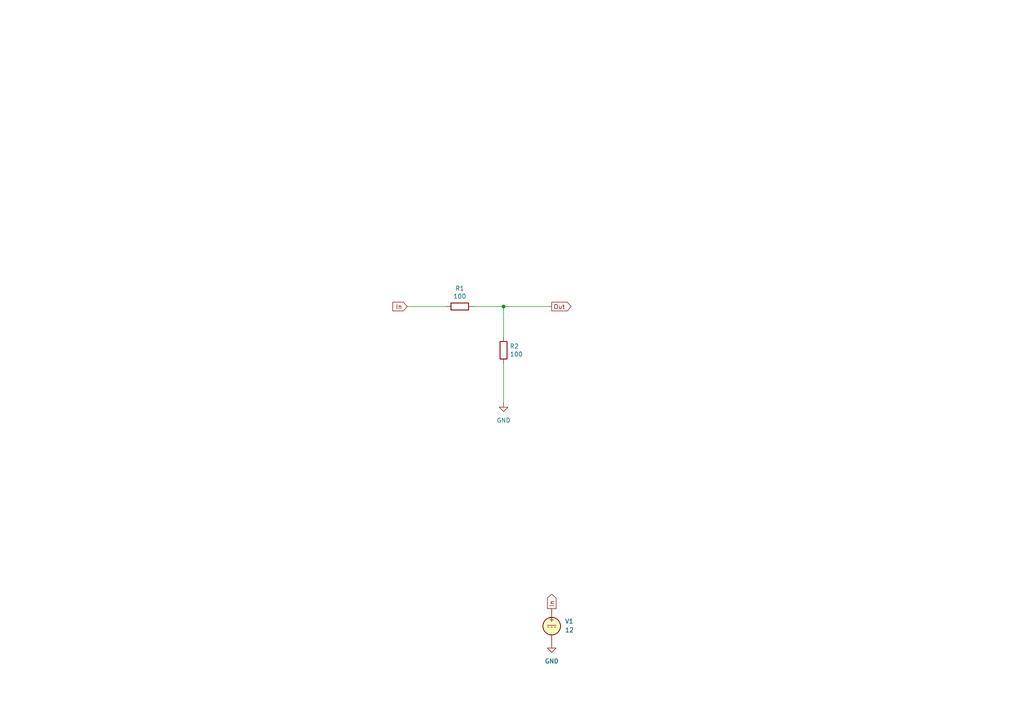
<source format=kicad_sch>
(kicad_sch (version 20231120) (generator "eeschema") (generator_version "8.0")
  (paper "A4")
  (title_block (title "Simulation, DC operational point") (date "2024-12-15") (company "GitHub/OJStuff"))
  (lib_symbols
    (symbol "Device:R" (pin_numbers hide) (pin_names (offset 0))
      (property "Reference" "R" (at 2.032 0 90))
      (property "Value" "R" (at 0 0 90))
      (symbol "R_0_1"
        (rectangle (start -1.016 -2.54) (end 1.016 2.54) (stroke (width 0.254)))
      )
      (symbol "R_1_1"
        (pin passive line (at 0 3.81 270) (length 1.27) (name "~") (number "1"))
        (pin passive line (at 0 -3.81 90) (length 1.27) (name "~") (number "2"))
      )
    )
    (symbol "GND_1" (power) (pin_numbers hide) (pin_names (offset 0) hide)
      (property "Value" "GND" (at 0 -3.81 0))
      (symbol "GND_1_0_1"
        (polyline (pts (xy 0 0) (xy 0 -1.27) (xy 1.27 -1.27) (xy 0 -2.54) (xy -1.27 -1.27) (xy 0 -1.27)))
      )
      (symbol "GND_1_1_1"
        (pin power_in line (at 0 0 270) (length 0) (name "~") (number "1"))
      )
    )
    (symbol "VDC_1" (pin_numbers hide) (pin_names (offset 0.0254))
      (property "Reference" "V" (at 2.54 2.54 0))
      (property "Value" "1" (at 2.54 0 0))
      (symbol "VDC_1_0_0"
        (polyline (pts (xy -1.27 0.254) (xy 1.27 0.254)))
        (polyline (pts (xy -0.762 -0.254) (xy -1.27 -0.254)))
        (polyline (pts (xy 0.254 -0.254) (xy -0.254 -0.254)))
        (polyline (pts (xy 1.27 -0.254) (xy 0.762 -0.254)))
        (text "+" (at 0 1.905 0) (effects (font (size 1.27 1.27))))
      )
      (symbol "VDC_1_0_1"
        (circle (center 0 0) (radius 2.54) (stroke (width 0.254)) (fill (type background)))
      )
      (symbol "VDC_1_1_1"
        (pin passive line (at 0 5.08 270) (length 2.54) (name "~") (number "1"))
        (pin passive line (at 0 -5.08 90) (length 2.54) (name "~") (number "2"))
      )
    )
  )
  (junction (at 146.05 88.9))
  (wire (pts (xy 137.16 88.9) (xy 146.05 88.9)))
  (wire (pts (xy 146.05 88.9) (xy 160.02 88.9)))
  (wire (pts (xy 118.11 88.9) (xy 129.54 88.9)))
  (wire (pts (xy 146.05 88.9) (xy 146.05 97.79)))
  (wire (pts (xy 146.05 105.41) (xy 146.05 116.84)))
  (global_label "In" (shape input) (at 118.11 88.9 180) (property "Intersheetrefs" "${INTERSHEET_REFS}" (effects (hide yes))))
  (global_label "Out" (shape output) (at 160.02 88.9 0) (property "Intersheetrefs" "${INTERSHEET_REFS}" (effects (hide yes))))
  (global_label "In" (shape output) (at 160.02 176.53 90) (property "Intersheetrefs" "${INTERSHEET_REFS}" (effects (hide yes))))
  (symbol (lib_name "GND_1") (lib_id "power:GND") (at 146.05 116.84 0) (unit 1)
    (property "Reference" "#PWR01" (effects (hide yes)))
    (property "Value" "GND" (at 146.05 121.92 0))
    (property "Description" "Power symbol creates a global label with name \"GND\" , ground" (effects (hide yes)))
  )
  (symbol (lib_id "Device:R") (at 133.35 88.9 270) (unit 1)
    (property "Reference" "R1" (at 133.35 83.6422 90))
    (property "Value" "100" (at 133.35 85.9536 90))
  )
  (symbol (lib_id "Device:R") (at 146.05 101.6 0) (unit 1)
    (property "Reference" "R2" (at 147.828 100.4316 0) (effects (justify left)))
    (property "Value" "100" (at 147.828 102.743 0) (effects (justify left)))
  )
  (symbol (lib_name "VDC_1") (lib_id "Simulation_SPICE:VDC") (at 160.02 181.61 0) (unit 1)
    (property "Reference" "V1" (at 163.83 180.2101 0) (effects (justify left)))
    (property "Value" "12" (at 163.83 182.7501 0) (effects (justify left)))
    (property "Datasheet" "https://ngspice.sourceforge.io/docs/ngspice-html-manual/manual.xhtml#sec_Independent_Sources_for" (effects (hide yes)))
    (property "Description" "Voltage source, DC" (effects (hide yes)))
    (property "Sim.Pins" "1=+ 2=-" (effects (hide yes)))
    (property "Sim.Type" "DC" (effects (hide yes)))
    (property "Sim.Device" "V" (effects (hide yes)))
  )
  (symbol (lib_name "GND_1") (lib_id "power:GND") (at 160.02 186.69 0) (unit 1)
    (property "Reference" "#PWR03" (effects (hide yes)))
    (property "Value" "GND" (at 160.02 191.77 0))
    (property "Description" "Power symbol creates a global label with name \"GND\" , ground" (effects (hide yes)))
  )
)
</source>
